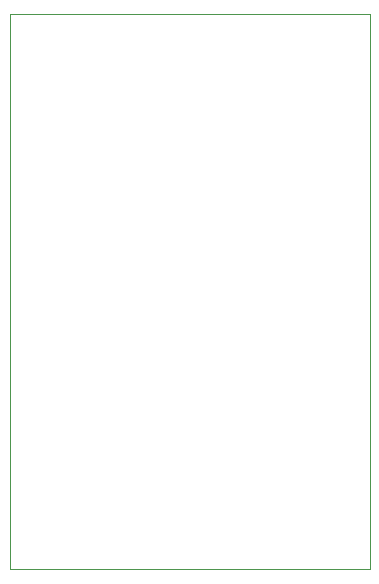
<source format=gm1>
%TF.GenerationSoftware,KiCad,Pcbnew,(5.1.12)-1*%
%TF.CreationDate,2022-02-13T14:19:26+09:00*%
%TF.ProjectId,IRButton,49524275-7474-46f6-9e2e-6b696361645f,rev?*%
%TF.SameCoordinates,Original*%
%TF.FileFunction,Profile,NP*%
%FSLAX46Y46*%
G04 Gerber Fmt 4.6, Leading zero omitted, Abs format (unit mm)*
G04 Created by KiCad (PCBNEW (5.1.12)-1) date 2022-02-13 14:19:26*
%MOMM*%
%LPD*%
G01*
G04 APERTURE LIST*
%TA.AperFunction,Profile*%
%ADD10C,0.100000*%
%TD*%
G04 APERTURE END LIST*
D10*
X73660000Y-76200000D02*
X73660000Y-123190000D01*
X43180000Y-76200000D02*
X73660000Y-76200000D01*
X43180000Y-123190000D02*
X43180000Y-76200000D01*
X73660000Y-123190000D02*
X43180000Y-123190000D01*
M02*

</source>
